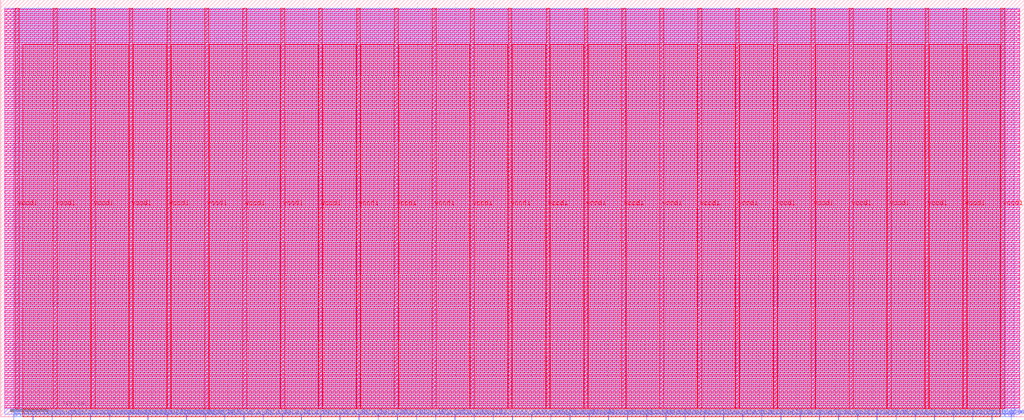
<source format=lef>
VERSION 5.7 ;
  NOWIREEXTENSIONATPIN ON ;
  DIVIDERCHAR "/" ;
  BUSBITCHARS "[]" ;
MACRO driver_core
  CLASS BLOCK ;
  FOREIGN driver_core ;
  ORIGIN 0.000 0.000 ;
  SIZE 1350.000 BY 550.000 ;
  PIN clock
    DIRECTION INPUT ;
    USE SIGNAL ;
    PORT
      LAYER met2 ;
        RECT 649.610 -4.000 649.890 4.000 ;
    END
  END clock
  PIN clock_a
    DIRECTION INPUT ;
    USE SIGNAL ;
    PORT
      LAYER met2 ;
        RECT 624.310 -4.000 624.590 4.000 ;
    END
  END clock_a
  PIN col_select_a[0]
    DIRECTION INPUT ;
    USE SIGNAL ;
    PORT
      LAYER met2 ;
        RECT 1105.010 -4.000 1105.290 4.000 ;
    END
  END col_select_a[0]
  PIN col_select_a[1]
    DIRECTION INPUT ;
    USE SIGNAL ;
    PORT
      LAYER met2 ;
        RECT 1130.310 -4.000 1130.590 4.000 ;
    END
  END col_select_a[1]
  PIN col_select_a[2]
    DIRECTION INPUT ;
    USE SIGNAL ;
    PORT
      LAYER met2 ;
        RECT 1155.610 -4.000 1155.890 4.000 ;
    END
  END col_select_a[2]
  PIN col_select_a[3]
    DIRECTION INPUT ;
    USE SIGNAL ;
    PORT
      LAYER met2 ;
        RECT 1180.910 -4.000 1181.190 4.000 ;
    END
  END col_select_a[3]
  PIN col_select_a[4]
    DIRECTION INPUT ;
    USE SIGNAL ;
    PORT
      LAYER met2 ;
        RECT 1206.210 -4.000 1206.490 4.000 ;
    END
  END col_select_a[4]
  PIN col_select_a[5]
    DIRECTION INPUT ;
    USE SIGNAL ;
    PORT
      LAYER met2 ;
        RECT 1231.510 -4.000 1231.790 4.000 ;
    END
  END col_select_a[5]
  PIN data_in_a[0]
    DIRECTION INPUT ;
    USE SIGNAL ;
    PORT
      LAYER met2 ;
        RECT 219.510 -4.000 219.790 4.000 ;
    END
  END data_in_a[0]
  PIN data_in_a[10]
    DIRECTION INPUT ;
    USE SIGNAL ;
    PORT
      LAYER met2 ;
        RECT 472.510 -4.000 472.790 4.000 ;
    END
  END data_in_a[10]
  PIN data_in_a[11]
    DIRECTION INPUT ;
    USE SIGNAL ;
    PORT
      LAYER met2 ;
        RECT 497.810 -4.000 498.090 4.000 ;
    END
  END data_in_a[11]
  PIN data_in_a[12]
    DIRECTION INPUT ;
    USE SIGNAL ;
    PORT
      LAYER met2 ;
        RECT 523.110 -4.000 523.390 4.000 ;
    END
  END data_in_a[12]
  PIN data_in_a[13]
    DIRECTION INPUT ;
    USE SIGNAL ;
    PORT
      LAYER met2 ;
        RECT 548.410 -4.000 548.690 4.000 ;
    END
  END data_in_a[13]
  PIN data_in_a[14]
    DIRECTION INPUT ;
    USE SIGNAL ;
    PORT
      LAYER met2 ;
        RECT 573.710 -4.000 573.990 4.000 ;
    END
  END data_in_a[14]
  PIN data_in_a[15]
    DIRECTION INPUT ;
    USE SIGNAL ;
    PORT
      LAYER met2 ;
        RECT 599.010 -4.000 599.290 4.000 ;
    END
  END data_in_a[15]
  PIN data_in_a[1]
    DIRECTION INPUT ;
    USE SIGNAL ;
    PORT
      LAYER met2 ;
        RECT 244.810 -4.000 245.090 4.000 ;
    END
  END data_in_a[1]
  PIN data_in_a[2]
    DIRECTION INPUT ;
    USE SIGNAL ;
    PORT
      LAYER met2 ;
        RECT 270.110 -4.000 270.390 4.000 ;
    END
  END data_in_a[2]
  PIN data_in_a[3]
    DIRECTION INPUT ;
    USE SIGNAL ;
    PORT
      LAYER met2 ;
        RECT 295.410 -4.000 295.690 4.000 ;
    END
  END data_in_a[3]
  PIN data_in_a[4]
    DIRECTION INPUT ;
    USE SIGNAL ;
    PORT
      LAYER met2 ;
        RECT 320.710 -4.000 320.990 4.000 ;
    END
  END data_in_a[4]
  PIN data_in_a[5]
    DIRECTION INPUT ;
    USE SIGNAL ;
    PORT
      LAYER met2 ;
        RECT 346.010 -4.000 346.290 4.000 ;
    END
  END data_in_a[5]
  PIN data_in_a[6]
    DIRECTION INPUT ;
    USE SIGNAL ;
    PORT
      LAYER met2 ;
        RECT 371.310 -4.000 371.590 4.000 ;
    END
  END data_in_a[6]
  PIN data_in_a[7]
    DIRECTION INPUT ;
    USE SIGNAL ;
    PORT
      LAYER met2 ;
        RECT 396.610 -4.000 396.890 4.000 ;
    END
  END data_in_a[7]
  PIN data_in_a[8]
    DIRECTION INPUT ;
    USE SIGNAL ;
    PORT
      LAYER met2 ;
        RECT 421.910 -4.000 422.190 4.000 ;
    END
  END data_in_a[8]
  PIN data_in_a[9]
    DIRECTION INPUT ;
    USE SIGNAL ;
    PORT
      LAYER met2 ;
        RECT 447.210 -4.000 447.490 4.000 ;
    END
  END data_in_a[9]
  PIN driver_io[0]
    DIRECTION OUTPUT TRISTATE ;
    USE SIGNAL ;
    PORT
      LAYER met2 ;
        RECT 17.110 -4.000 17.390 4.000 ;
    END
  END driver_io[0]
  PIN driver_io[1]
    DIRECTION OUTPUT TRISTATE ;
    USE SIGNAL ;
    PORT
      LAYER met2 ;
        RECT 42.410 -4.000 42.690 4.000 ;
    END
  END driver_io[1]
  PIN inverter_select_a
    DIRECTION INPUT ;
    USE SIGNAL ;
    PORT
      LAYER met2 ;
        RECT 1332.710 -4.000 1332.990 4.000 ;
    END
  END inverter_select_a
  PIN mask_select_a[0]
    DIRECTION INPUT ;
    USE SIGNAL ;
    PORT
      LAYER met2 ;
        RECT 674.910 -4.000 675.190 4.000 ;
    END
  END mask_select_a[0]
  PIN mask_select_a[1]
    DIRECTION INPUT ;
    USE SIGNAL ;
    PORT
      LAYER met2 ;
        RECT 700.210 -4.000 700.490 4.000 ;
    END
  END mask_select_a[1]
  PIN mask_select_a[2]
    DIRECTION INPUT ;
    USE SIGNAL ;
    PORT
      LAYER met2 ;
        RECT 725.510 -4.000 725.790 4.000 ;
    END
  END mask_select_a[2]
  PIN mem_address_a[0]
    DIRECTION INPUT ;
    USE SIGNAL ;
    PORT
      LAYER met2 ;
        RECT 750.810 -4.000 751.090 4.000 ;
    END
  END mem_address_a[0]
  PIN mem_address_a[1]
    DIRECTION INPUT ;
    USE SIGNAL ;
    PORT
      LAYER met2 ;
        RECT 776.110 -4.000 776.390 4.000 ;
    END
  END mem_address_a[1]
  PIN mem_address_a[2]
    DIRECTION INPUT ;
    USE SIGNAL ;
    PORT
      LAYER met2 ;
        RECT 801.410 -4.000 801.690 4.000 ;
    END
  END mem_address_a[2]
  PIN mem_address_a[3]
    DIRECTION INPUT ;
    USE SIGNAL ;
    PORT
      LAYER met2 ;
        RECT 826.710 -4.000 826.990 4.000 ;
    END
  END mem_address_a[3]
  PIN mem_address_a[4]
    DIRECTION INPUT ;
    USE SIGNAL ;
    PORT
      LAYER met2 ;
        RECT 852.010 -4.000 852.290 4.000 ;
    END
  END mem_address_a[4]
  PIN mem_address_a[5]
    DIRECTION INPUT ;
    USE SIGNAL ;
    PORT
      LAYER met2 ;
        RECT 877.310 -4.000 877.590 4.000 ;
    END
  END mem_address_a[5]
  PIN mem_dot_write_n_a
    DIRECTION INPUT ;
    USE SIGNAL ;
    PORT
      LAYER met2 ;
        RECT 927.910 -4.000 928.190 4.000 ;
    END
  END mem_dot_write_n_a
  PIN mem_sel_col_address_a[0]
    DIRECTION INPUT ;
    USE SIGNAL ;
    PORT
      LAYER met2 ;
        RECT 67.710 -4.000 67.990 4.000 ;
    END
  END mem_sel_col_address_a[0]
  PIN mem_sel_col_address_a[1]
    DIRECTION INPUT ;
    USE SIGNAL ;
    PORT
      LAYER met2 ;
        RECT 93.010 -4.000 93.290 4.000 ;
    END
  END mem_sel_col_address_a[1]
  PIN mem_sel_col_address_a[2]
    DIRECTION INPUT ;
    USE SIGNAL ;
    PORT
      LAYER met2 ;
        RECT 118.310 -4.000 118.590 4.000 ;
    END
  END mem_sel_col_address_a[2]
  PIN mem_sel_col_address_a[3]
    DIRECTION INPUT ;
    USE SIGNAL ;
    PORT
      LAYER met2 ;
        RECT 143.610 -4.000 143.890 4.000 ;
    END
  END mem_sel_col_address_a[3]
  PIN mem_sel_col_address_a[4]
    DIRECTION INPUT ;
    USE SIGNAL ;
    PORT
      LAYER met2 ;
        RECT 168.910 -4.000 169.190 4.000 ;
    END
  END mem_sel_col_address_a[4]
  PIN mem_sel_col_address_a[5]
    DIRECTION INPUT ;
    USE SIGNAL ;
    PORT
      LAYER met2 ;
        RECT 194.210 -4.000 194.490 4.000 ;
    END
  END mem_sel_col_address_a[5]
  PIN mem_sel_write_n_a
    DIRECTION INPUT ;
    USE SIGNAL ;
    PORT
      LAYER met2 ;
        RECT 1256.810 -4.000 1257.090 4.000 ;
    END
  END mem_sel_write_n_a
  PIN mem_write_n_a
    DIRECTION INPUT ;
    USE SIGNAL ;
    PORT
      LAYER met2 ;
        RECT 902.610 -4.000 902.890 4.000 ;
    END
  END mem_write_n_a
  PIN output_active_a
    DIRECTION INPUT ;
    USE SIGNAL ;
    PORT
      LAYER met2 ;
        RECT 1307.410 -4.000 1307.690 4.000 ;
    END
  END output_active_a
  PIN row_col_select_a
    DIRECTION INPUT ;
    USE SIGNAL ;
    PORT
      LAYER met2 ;
        RECT 1282.110 -4.000 1282.390 4.000 ;
    END
  END row_col_select_a
  PIN row_select_a[0]
    DIRECTION INPUT ;
    USE SIGNAL ;
    PORT
      LAYER met2 ;
        RECT 953.210 -4.000 953.490 4.000 ;
    END
  END row_select_a[0]
  PIN row_select_a[1]
    DIRECTION INPUT ;
    USE SIGNAL ;
    PORT
      LAYER met2 ;
        RECT 978.510 -4.000 978.790 4.000 ;
    END
  END row_select_a[1]
  PIN row_select_a[2]
    DIRECTION INPUT ;
    USE SIGNAL ;
    PORT
      LAYER met2 ;
        RECT 1003.810 -4.000 1004.090 4.000 ;
    END
  END row_select_a[2]
  PIN row_select_a[3]
    DIRECTION INPUT ;
    USE SIGNAL ;
    PORT
      LAYER met2 ;
        RECT 1029.110 -4.000 1029.390 4.000 ;
    END
  END row_select_a[3]
  PIN row_select_a[4]
    DIRECTION INPUT ;
    USE SIGNAL ;
    PORT
      LAYER met2 ;
        RECT 1054.410 -4.000 1054.690 4.000 ;
    END
  END row_select_a[4]
  PIN row_select_a[5]
    DIRECTION INPUT ;
    USE SIGNAL ;
    PORT
      LAYER met2 ;
        RECT 1079.710 -4.000 1079.990 4.000 ;
    END
  END row_select_a[5]
  PIN vccd1
    DIRECTION INOUT ;
    USE POWER ;
    PORT
      LAYER met4 ;
        RECT 19.340 10.640 24.340 538.800 ;
    END
    PORT
      LAYER met4 ;
        RECT 119.340 10.640 124.340 538.800 ;
    END
    PORT
      LAYER met4 ;
        RECT 219.340 10.640 224.340 538.800 ;
    END
    PORT
      LAYER met4 ;
        RECT 319.340 10.640 324.340 538.800 ;
    END
    PORT
      LAYER met4 ;
        RECT 419.340 10.640 424.340 538.800 ;
    END
    PORT
      LAYER met4 ;
        RECT 519.340 10.640 524.340 538.800 ;
    END
    PORT
      LAYER met4 ;
        RECT 619.340 10.640 624.340 538.800 ;
    END
    PORT
      LAYER met4 ;
        RECT 719.340 10.640 724.340 538.800 ;
    END
    PORT
      LAYER met4 ;
        RECT 819.340 10.640 824.340 538.800 ;
    END
    PORT
      LAYER met4 ;
        RECT 919.340 10.640 924.340 538.800 ;
    END
    PORT
      LAYER met4 ;
        RECT 1019.340 10.640 1024.340 538.800 ;
    END
    PORT
      LAYER met4 ;
        RECT 1119.340 10.640 1124.340 538.800 ;
    END
    PORT
      LAYER met4 ;
        RECT 1219.340 10.640 1224.340 538.800 ;
    END
    PORT
      LAYER met4 ;
        RECT 1319.340 10.640 1324.340 538.800 ;
    END
  END vccd1
  PIN vssd1
    DIRECTION INOUT ;
    USE GROUND ;
    PORT
      LAYER met4 ;
        RECT 69.340 10.640 74.340 538.800 ;
    END
    PORT
      LAYER met4 ;
        RECT 169.340 10.640 174.340 538.800 ;
    END
    PORT
      LAYER met4 ;
        RECT 269.340 10.640 274.340 538.800 ;
    END
    PORT
      LAYER met4 ;
        RECT 369.340 10.640 374.340 538.800 ;
    END
    PORT
      LAYER met4 ;
        RECT 469.340 10.640 474.340 538.800 ;
    END
    PORT
      LAYER met4 ;
        RECT 569.340 10.640 574.340 538.800 ;
    END
    PORT
      LAYER met4 ;
        RECT 669.340 10.640 674.340 538.800 ;
    END
    PORT
      LAYER met4 ;
        RECT 769.340 10.640 774.340 538.800 ;
    END
    PORT
      LAYER met4 ;
        RECT 869.340 10.640 874.340 538.800 ;
    END
    PORT
      LAYER met4 ;
        RECT 969.340 10.640 974.340 538.800 ;
    END
    PORT
      LAYER met4 ;
        RECT 1069.340 10.640 1074.340 538.800 ;
    END
    PORT
      LAYER met4 ;
        RECT 1169.340 10.640 1174.340 538.800 ;
    END
    PORT
      LAYER met4 ;
        RECT 1269.340 10.640 1274.340 538.800 ;
    END
  END vssd1
  OBS
      LAYER nwell ;
        RECT 5.330 534.425 1344.310 537.255 ;
        RECT 5.330 528.985 1344.310 531.815 ;
        RECT 5.330 523.545 1344.310 526.375 ;
        RECT 5.330 518.105 1344.310 520.935 ;
        RECT 5.330 512.665 1344.310 515.495 ;
        RECT 5.330 507.225 1344.310 510.055 ;
        RECT 5.330 501.785 1344.310 504.615 ;
        RECT 5.330 496.345 1344.310 499.175 ;
        RECT 5.330 490.905 1344.310 493.735 ;
        RECT 5.330 485.465 1344.310 488.295 ;
        RECT 5.330 480.025 1344.310 482.855 ;
        RECT 5.330 474.585 1344.310 477.415 ;
        RECT 5.330 469.145 1344.310 471.975 ;
        RECT 5.330 463.705 1344.310 466.535 ;
        RECT 5.330 458.265 1344.310 461.095 ;
        RECT 5.330 452.825 1344.310 455.655 ;
        RECT 5.330 447.385 1344.310 450.215 ;
        RECT 5.330 441.945 1344.310 444.775 ;
        RECT 5.330 436.505 1344.310 439.335 ;
        RECT 5.330 431.065 1344.310 433.895 ;
        RECT 5.330 425.625 1344.310 428.455 ;
        RECT 5.330 420.185 1344.310 423.015 ;
        RECT 5.330 414.745 1344.310 417.575 ;
        RECT 5.330 409.305 1344.310 412.135 ;
        RECT 5.330 403.865 1344.310 406.695 ;
        RECT 5.330 398.425 1344.310 401.255 ;
        RECT 5.330 392.985 1344.310 395.815 ;
        RECT 5.330 387.545 1344.310 390.375 ;
        RECT 5.330 382.105 1344.310 384.935 ;
        RECT 5.330 376.665 1344.310 379.495 ;
        RECT 5.330 371.225 1344.310 374.055 ;
        RECT 5.330 365.785 1344.310 368.615 ;
        RECT 5.330 360.345 1344.310 363.175 ;
        RECT 5.330 354.905 1344.310 357.735 ;
        RECT 5.330 349.465 1344.310 352.295 ;
        RECT 5.330 344.025 1344.310 346.855 ;
        RECT 5.330 338.585 1344.310 341.415 ;
        RECT 5.330 333.145 1344.310 335.975 ;
        RECT 5.330 327.705 1344.310 330.535 ;
        RECT 5.330 322.265 1344.310 325.095 ;
        RECT 5.330 316.825 1344.310 319.655 ;
        RECT 5.330 311.385 1344.310 314.215 ;
        RECT 5.330 305.945 1344.310 308.775 ;
        RECT 5.330 300.505 1344.310 303.335 ;
        RECT 5.330 295.065 1344.310 297.895 ;
        RECT 5.330 289.625 1344.310 292.455 ;
        RECT 5.330 284.185 1344.310 287.015 ;
        RECT 5.330 278.745 1344.310 281.575 ;
        RECT 5.330 273.305 1344.310 276.135 ;
        RECT 5.330 267.865 1344.310 270.695 ;
        RECT 5.330 262.425 1344.310 265.255 ;
        RECT 5.330 256.985 1344.310 259.815 ;
        RECT 5.330 251.545 1344.310 254.375 ;
        RECT 5.330 246.105 1344.310 248.935 ;
        RECT 5.330 240.665 1344.310 243.495 ;
        RECT 5.330 235.225 1344.310 238.055 ;
        RECT 5.330 229.785 1344.310 232.615 ;
        RECT 5.330 224.345 1344.310 227.175 ;
        RECT 5.330 218.905 1344.310 221.735 ;
        RECT 5.330 213.465 1344.310 216.295 ;
        RECT 5.330 208.025 1344.310 210.855 ;
        RECT 5.330 202.585 1344.310 205.415 ;
        RECT 5.330 197.145 1344.310 199.975 ;
        RECT 5.330 191.705 1344.310 194.535 ;
        RECT 5.330 186.265 1344.310 189.095 ;
        RECT 5.330 180.825 1344.310 183.655 ;
        RECT 5.330 175.385 1344.310 178.215 ;
        RECT 5.330 169.945 1344.310 172.775 ;
        RECT 5.330 164.505 1344.310 167.335 ;
        RECT 5.330 159.065 1344.310 161.895 ;
        RECT 5.330 153.625 1344.310 156.455 ;
        RECT 5.330 148.185 1344.310 151.015 ;
        RECT 5.330 142.745 1344.310 145.575 ;
        RECT 5.330 137.305 1344.310 140.135 ;
        RECT 5.330 131.865 1344.310 134.695 ;
        RECT 5.330 126.425 1344.310 129.255 ;
        RECT 5.330 120.985 1344.310 123.815 ;
        RECT 5.330 115.545 1344.310 118.375 ;
        RECT 5.330 110.105 1344.310 112.935 ;
        RECT 5.330 104.665 1344.310 107.495 ;
        RECT 5.330 99.225 1344.310 102.055 ;
        RECT 5.330 93.785 1344.310 96.615 ;
        RECT 5.330 88.345 1344.310 91.175 ;
        RECT 5.330 82.905 1344.310 85.735 ;
        RECT 5.330 77.465 1344.310 80.295 ;
        RECT 5.330 72.025 1344.310 74.855 ;
        RECT 5.330 66.585 1344.310 69.415 ;
        RECT 5.330 61.145 1344.310 63.975 ;
        RECT 5.330 55.705 1344.310 58.535 ;
        RECT 5.330 50.265 1344.310 53.095 ;
        RECT 5.330 44.825 1344.310 47.655 ;
        RECT 5.330 39.385 1344.310 42.215 ;
        RECT 5.330 33.945 1344.310 36.775 ;
        RECT 5.330 28.505 1344.310 31.335 ;
        RECT 5.330 23.065 1344.310 25.895 ;
        RECT 5.330 17.625 1344.310 20.455 ;
        RECT 5.330 12.185 1344.310 15.015 ;
      LAYER li1 ;
        RECT 5.520 10.795 1344.120 538.645 ;
      LAYER met1 ;
        RECT 5.520 3.440 1344.120 538.800 ;
      LAYER met2 ;
        RECT 17.120 4.280 1337.120 538.745 ;
        RECT 17.670 0.155 42.130 4.280 ;
        RECT 42.970 0.155 67.430 4.280 ;
        RECT 68.270 0.155 92.730 4.280 ;
        RECT 93.570 0.155 118.030 4.280 ;
        RECT 118.870 0.155 143.330 4.280 ;
        RECT 144.170 0.155 168.630 4.280 ;
        RECT 169.470 0.155 193.930 4.280 ;
        RECT 194.770 0.155 219.230 4.280 ;
        RECT 220.070 0.155 244.530 4.280 ;
        RECT 245.370 0.155 269.830 4.280 ;
        RECT 270.670 0.155 295.130 4.280 ;
        RECT 295.970 0.155 320.430 4.280 ;
        RECT 321.270 0.155 345.730 4.280 ;
        RECT 346.570 0.155 371.030 4.280 ;
        RECT 371.870 0.155 396.330 4.280 ;
        RECT 397.170 0.155 421.630 4.280 ;
        RECT 422.470 0.155 446.930 4.280 ;
        RECT 447.770 0.155 472.230 4.280 ;
        RECT 473.070 0.155 497.530 4.280 ;
        RECT 498.370 0.155 522.830 4.280 ;
        RECT 523.670 0.155 548.130 4.280 ;
        RECT 548.970 0.155 573.430 4.280 ;
        RECT 574.270 0.155 598.730 4.280 ;
        RECT 599.570 0.155 624.030 4.280 ;
        RECT 624.870 0.155 649.330 4.280 ;
        RECT 650.170 0.155 674.630 4.280 ;
        RECT 675.470 0.155 699.930 4.280 ;
        RECT 700.770 0.155 725.230 4.280 ;
        RECT 726.070 0.155 750.530 4.280 ;
        RECT 751.370 0.155 775.830 4.280 ;
        RECT 776.670 0.155 801.130 4.280 ;
        RECT 801.970 0.155 826.430 4.280 ;
        RECT 827.270 0.155 851.730 4.280 ;
        RECT 852.570 0.155 877.030 4.280 ;
        RECT 877.870 0.155 902.330 4.280 ;
        RECT 903.170 0.155 927.630 4.280 ;
        RECT 928.470 0.155 952.930 4.280 ;
        RECT 953.770 0.155 978.230 4.280 ;
        RECT 979.070 0.155 1003.530 4.280 ;
        RECT 1004.370 0.155 1028.830 4.280 ;
        RECT 1029.670 0.155 1054.130 4.280 ;
        RECT 1054.970 0.155 1079.430 4.280 ;
        RECT 1080.270 0.155 1104.730 4.280 ;
        RECT 1105.570 0.155 1130.030 4.280 ;
        RECT 1130.870 0.155 1155.330 4.280 ;
        RECT 1156.170 0.155 1180.630 4.280 ;
        RECT 1181.470 0.155 1205.930 4.280 ;
        RECT 1206.770 0.155 1231.230 4.280 ;
        RECT 1232.070 0.155 1256.530 4.280 ;
        RECT 1257.370 0.155 1281.830 4.280 ;
        RECT 1282.670 0.155 1307.130 4.280 ;
        RECT 1307.970 0.155 1332.430 4.280 ;
        RECT 1333.270 0.155 1337.120 4.280 ;
      LAYER met3 ;
        RECT 19.450 0.175 1325.195 538.725 ;
      LAYER met4 ;
        RECT 28.815 10.240 68.940 491.465 ;
        RECT 74.740 10.240 118.940 491.465 ;
        RECT 124.740 10.240 168.940 491.465 ;
        RECT 174.740 10.240 218.940 491.465 ;
        RECT 224.740 10.240 268.940 491.465 ;
        RECT 274.740 10.240 318.940 491.465 ;
        RECT 324.740 10.240 368.940 491.465 ;
        RECT 374.740 10.240 418.940 491.465 ;
        RECT 424.740 10.240 468.940 491.465 ;
        RECT 474.740 10.240 518.940 491.465 ;
        RECT 524.740 10.240 568.940 491.465 ;
        RECT 574.740 10.240 618.940 491.465 ;
        RECT 624.740 10.240 668.940 491.465 ;
        RECT 674.740 10.240 718.940 491.465 ;
        RECT 724.740 10.240 768.940 491.465 ;
        RECT 774.740 10.240 818.940 491.465 ;
        RECT 824.740 10.240 868.940 491.465 ;
        RECT 874.740 10.240 918.940 491.465 ;
        RECT 924.740 10.240 968.940 491.465 ;
        RECT 974.740 10.240 1018.940 491.465 ;
        RECT 1024.740 10.240 1068.940 491.465 ;
        RECT 1074.740 10.240 1118.940 491.465 ;
        RECT 1124.740 10.240 1168.940 491.465 ;
        RECT 1174.740 10.240 1218.940 491.465 ;
        RECT 1224.740 10.240 1268.940 491.465 ;
        RECT 1274.740 10.240 1318.065 491.465 ;
        RECT 28.815 0.175 1318.065 10.240 ;
  END
END driver_core
END LIBRARY


</source>
